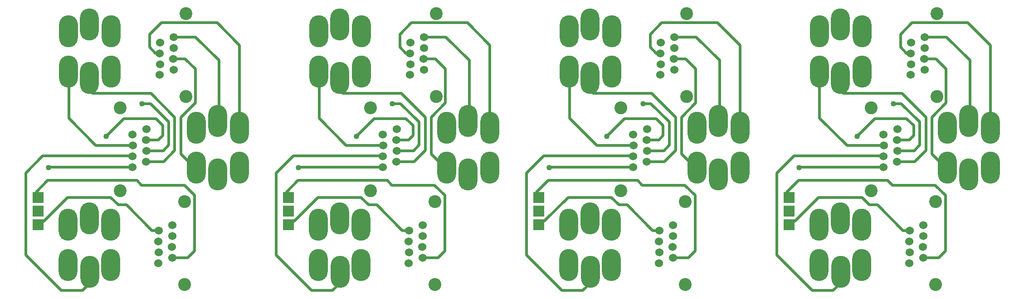
<source format=gbr>
%FSLAX23Y23*%
%MOIN*%
%ADD19O,0.13780X0.23622*%
%ADD14R,0.08000X0.08000*%
%ADD15C,0.01969*%
%ADD70C,0.04000*%
%ADD11C,0.06000*%
%ADD12C,0.09449*%
X000Y000D02*
D02*
D11*
X807Y1374D03*
X807Y1214D03*
X807Y1134D03*
X808Y1294D03*
X907Y1334D03*
X907Y1174D03*
X908Y1413D03*
X908Y1254D03*
X997Y586D03*
X997Y427D03*
X998Y666D03*
X998Y506D03*
X1007Y1971D03*
X1007Y1812D03*
X1008Y2051D03*
X1008Y1891D03*
X1097Y546D03*
X1098Y706D03*
X1098Y626D03*
X1098Y466D03*
X1107Y1931D03*
X1108Y2091D03*
X1108Y2011D03*
X1108Y1851D03*
X2647Y1374D03*
X2647Y1214D03*
X2647Y1134D03*
X2648Y1294D03*
X2747Y1334D03*
X2747Y1174D03*
X2748Y1413D03*
X2748Y1254D03*
X2837Y586D03*
X2837Y427D03*
X2838Y666D03*
X2838Y506D03*
X2847Y1971D03*
X2847Y1812D03*
X2848Y2051D03*
X2848Y1891D03*
X2937Y546D03*
X2938Y706D03*
X2938Y626D03*
X2938Y466D03*
X2947Y1931D03*
X2948Y2091D03*
X2948Y2011D03*
X2948Y1851D03*
X4487Y1374D03*
X4487Y1214D03*
X4487Y1134D03*
X4488Y1294D03*
X4587Y1334D03*
X4587Y1174D03*
X4588Y1413D03*
X4588Y1254D03*
X4677Y586D03*
X4677Y427D03*
X4678Y666D03*
X4678Y506D03*
X4687Y1971D03*
X4687Y1812D03*
X4688Y2051D03*
X4688Y1891D03*
X4777Y546D03*
X4778Y706D03*
X4778Y626D03*
X4778Y466D03*
X4787Y1931D03*
X4788Y2091D03*
X4788Y2011D03*
X4788Y1851D03*
X6327Y1374D03*
X6327Y1214D03*
X6327Y1134D03*
X6328Y1294D03*
X6427Y1334D03*
X6427Y1174D03*
X6428Y1413D03*
X6428Y1254D03*
X6517Y586D03*
X6517Y427D03*
X6518Y666D03*
X6518Y506D03*
X6527Y1971D03*
X6527Y1812D03*
X6528Y2051D03*
X6528Y1891D03*
X6617Y546D03*
X6618Y706D03*
X6618Y626D03*
X6618Y466D03*
X6627Y1931D03*
X6628Y2091D03*
X6628Y2011D03*
X6628Y1851D03*
D02*
D12*
X716Y961D03*
Y1571D03*
X1189Y269D03*
Y879D03*
X1199Y1654D03*
Y2264D03*
X2556Y961D03*
Y1571D03*
X3029Y269D03*
Y879D03*
X3039Y1654D03*
Y2264D03*
X4396Y961D03*
Y1571D03*
X4869Y269D03*
Y879D03*
X4879Y1654D03*
Y2264D03*
X6236Y961D03*
Y1571D03*
X6709Y269D03*
Y879D03*
X6719Y1654D03*
Y2264D03*
D02*
D14*
X113Y710D03*
Y910D03*
X113Y810D03*
X1952Y710D03*
Y910D03*
X1953Y810D03*
X3793Y710D03*
Y910D03*
X3793Y810D03*
X5633Y710D03*
Y910D03*
X5633Y810D03*
D02*
D15*
X113Y910D02*
Y905D01*
X098*
Y950*
X183Y1035*
X838*
X873Y1000*
X1188*
X1263Y925*
Y515*
X1212Y465*
X1202*
X1098Y466*
X492Y363D02*
Y279D01*
X438Y225*
X282*
X022Y485*
Y1090*
X147Y1215*
X808*
X807Y1214*
X613Y1360D02*
X743Y1490D01*
X978*
X1028Y1440*
Y1365*
X997Y1334*
X907*
X807Y1134D02*
X191D01*
X188Y1130*
X808Y1294D02*
X537D01*
X338Y1494*
Y1835*
X335Y1837*
X907Y1174D02*
X1036D01*
X1117Y1255*
Y1500*
X943Y1675*
X512*
X477Y1710*
Y1730*
X490Y1788*
X908Y1254D02*
X1032D01*
X1073Y1295*
Y1465*
X938Y1600*
X877*
X998Y666D02*
X951D01*
X762Y855*
X703*
X647Y910*
X328*
X158Y740*
X113Y710*
X1007Y1971D02*
X977D01*
X933Y2015*
Y2110*
X1018Y2195*
X1428*
X1593Y2030*
X1592Y1423*
X1107Y1931D02*
Y1920D01*
X1103*
Y1930*
X1192*
X1268Y1855*
Y1605*
X1163Y1500*
Y1230*
X1252Y1140*
X1263*
X1277Y1128*
X1108Y2091D02*
X1271D01*
X1442Y1920*
Y1525*
X1447Y1473*
X1432*
X1952Y910D02*
Y905D01*
X1938*
Y950*
X2023Y1035*
X2678*
X2712Y1000*
X3027*
X3103Y925*
Y515*
X3053Y465*
X3043*
X2938Y466*
X2332Y363D02*
Y279D01*
X2277Y225*
X2123*
X1863Y485*
Y1090*
X1988Y1215*
X2648*
X2647Y1214*
X2453Y1360D02*
X2583Y1490D01*
X2817*
X2868Y1440*
Y1365*
X2837Y1334*
X2747*
X2647Y1134D02*
X2031D01*
X2027Y1130*
X2648Y1294D02*
X2377D01*
X2178Y1494*
Y1835*
X2175Y1837*
X2747Y1174D02*
X2876D01*
X2958Y1255*
Y1500*
X2783Y1675*
X2353*
X2317Y1710*
Y1730*
X2330Y1788*
X2748Y1254D02*
X2872D01*
X2913Y1295*
Y1465*
X2777Y1600*
X2717*
X2838Y666D02*
X2791D01*
X2603Y855*
X2543*
X2487Y910*
X2168*
X1998Y740*
X1952Y710*
X2847Y1971D02*
X2817D01*
X2773Y2015*
Y2110*
X2857Y2195*
X3268*
X3433Y2030*
X3432Y1423*
X2947Y1931D02*
Y1920D01*
X2942*
Y1930*
X3033*
X3107Y1855*
Y1605*
X3002Y1500*
Y1230*
X3092Y1140*
X3103*
X3117Y1128*
X2948Y2091D02*
X3111D01*
X3283Y1920*
Y1525*
X3287Y1473*
X3272*
X3793Y910D02*
Y905D01*
X3777*
Y950*
X3862Y1035*
X4518*
X4553Y1000*
X4867*
X4942Y925*
Y515*
X4893Y465*
X4883*
X4778Y466*
X4172Y363D02*
Y279D01*
X4117Y225*
X3962*
X3703Y485*
Y1090*
X3828Y1215*
X4487*
X4487Y1214*
X4293Y1360D02*
X4423Y1490D01*
X4657*
X4707Y1440*
Y1365*
X4677Y1334*
X4587*
X4487Y1134D02*
X3871D01*
X3868Y1130*
X4488Y1294D02*
X4218D01*
X4018Y1494*
Y1835*
X4015Y1837*
X4587Y1174D02*
X4716D01*
X4798Y1255*
Y1500*
X4622Y1675*
X4192*
X4157Y1710*
Y1730*
X4170Y1788*
X4588Y1254D02*
X4712D01*
X4753Y1295*
Y1465*
X4617Y1600*
X4558*
X4678Y666D02*
X4631D01*
X4442Y855*
X4383*
X4327Y910*
X4008*
X3837Y740*
X3793Y710*
X4687Y1971D02*
X4657D01*
X4612Y2015*
Y2110*
X4697Y2195*
X5107*
X5273Y2030*
X5272Y1423*
X4787Y1931D02*
Y1920D01*
X4782*
Y1930*
X4872*
X4947Y1855*
Y1605*
X4843Y1500*
Y1230*
X4933Y1140*
X4942*
X4957Y1128*
X4788Y2091D02*
X4951D01*
X5122Y1920*
Y1525*
X5127Y1473*
X5112*
X5633Y910D02*
Y905D01*
X5617*
Y950*
X5702Y1035*
X6357*
X6393Y1000*
X6707*
X6782Y925*
Y515*
X6732Y465*
X6723*
X6618Y466*
X6012Y363D02*
Y279D01*
X5957Y225*
X5803*
X5543Y485*
Y1090*
X5668Y1215*
X6327*
X6327Y1214*
X6133Y1360D02*
X6263Y1490D01*
X6497*
X6548Y1440*
Y1365*
X6517Y1334*
X6427*
X6327Y1134D02*
X5711D01*
X5707Y1130*
X6328Y1294D02*
X6058D01*
X5857Y1494*
Y1835*
X5855Y1837*
X6427Y1174D02*
X6556D01*
X6638Y1255*
Y1500*
X6463Y1675*
X6032*
X5997Y1710*
Y1730*
X6010Y1788*
X6428Y1254D02*
X6552D01*
X6593Y1295*
Y1465*
X6457Y1600*
X6398*
X6518Y666D02*
X6471D01*
X6282Y855*
X6223*
X6168Y910*
X5848*
X5678Y740*
X5633Y710*
X6527Y1971D02*
X6497D01*
X6452Y2015*
Y2110*
X6537Y2195*
X6947*
X7112Y2030*
X7112Y1423*
X6627Y1931D02*
Y1920D01*
X6622*
Y1930*
X6713*
X6787Y1855*
Y1605*
X6683Y1500*
Y1230*
X6773Y1140*
X6782*
X6797Y1128*
X6628Y2091D02*
X6791D01*
X6963Y1920*
Y1525*
X6967Y1473*
X6952*
D02*
D19*
X332Y413D03*
Y708D03*
X335Y2132D03*
X335Y1837D03*
X490Y2182D03*
X490Y1788D03*
X491Y757D03*
X492Y363D03*
X647Y708D03*
X647Y413D03*
X650Y1837D03*
Y2132D03*
X1277Y1423D03*
X1277Y1128D03*
X1432Y1473D03*
X1433Y1079D03*
X1592Y1128D03*
Y1423D03*
X2172Y413D03*
Y708D03*
X2175Y2132D03*
X2175Y1837D03*
X2330Y2182D03*
X2330Y1788D03*
X2331Y757D03*
X2332Y363D03*
X2487Y708D03*
X2487Y413D03*
X2490Y1837D03*
Y2132D03*
X3117Y1423D03*
X3117Y1128D03*
X3272Y1473D03*
X3273Y1079D03*
X3432Y1128D03*
Y1423D03*
X4012Y413D03*
Y708D03*
X4015Y2132D03*
X4015Y1837D03*
X4170Y2182D03*
X4170Y1788D03*
X4171Y757D03*
X4172Y363D03*
X4327Y708D03*
X4327Y413D03*
X4330Y1837D03*
Y2132D03*
X4957Y1423D03*
X4957Y1128D03*
X5112Y1473D03*
X5113Y1079D03*
X5272Y1128D03*
Y1423D03*
X5852Y413D03*
Y708D03*
X5855Y2132D03*
X5855Y1837D03*
X6010Y2182D03*
X6010Y1788D03*
X6011Y757D03*
X6012Y363D03*
X6167Y708D03*
X6167Y413D03*
X6170Y1837D03*
Y2132D03*
X6797Y1423D03*
X6797Y1128D03*
X6952Y1473D03*
X6953Y1079D03*
X7112Y1128D03*
Y1423D03*
D02*
D70*
X188Y1130D03*
X613Y1360D03*
X877Y1600D03*
X2027Y1130D03*
X2453Y1360D03*
X2717Y1600D03*
X3868Y1130D03*
X4293Y1360D03*
X4558Y1600D03*
X5707Y1130D03*
X6133Y1360D03*
X6398Y1600D03*
X000Y000D02*
M02*

</source>
